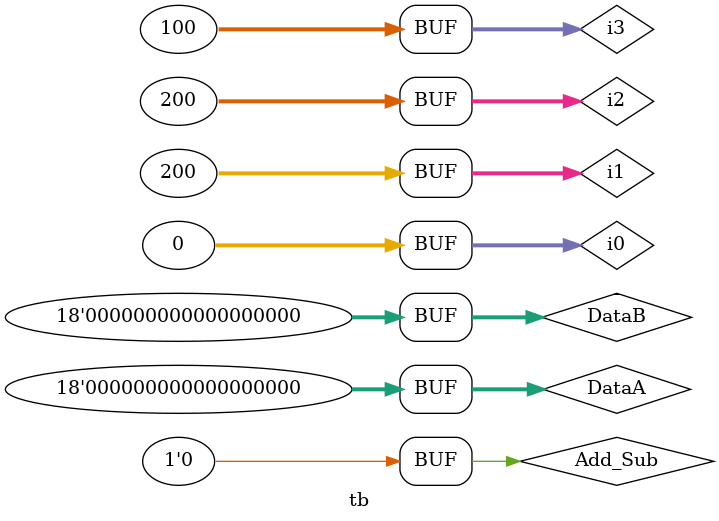
<source format=v>
`timescale 1 ns / 1 ps
module tb;
    reg [17:0] DataA = 18'b0;
    reg [17:0] DataB = 18'b0;
    reg Add_Sub = 0;
    wire [17:0] Result;

    integer i0 = 0, i1 = 0, i2 = 0, i3 = 0;

    GSR GSR_INST (.GSR(1'b1));
    PUR PUR_INST (.PUR(1'b1));

    add_sub_16bit u1 (.DataA(DataA), .DataB(DataB), .Add_Sub(Add_Sub), .Result(Result)
    );

    initial
    begin
       DataA <= 0;
      for (i1 = 0; i1 < 200; i1 = i1 + 1) begin
        #10;
         DataA <= DataA + 1'b1;
      end
    end
    initial
    begin
       DataB <= 0;
      for (i2 = 0; i2 < 200; i2 = i2 + 1) begin
        #10;
         DataB <= DataB + 1'b1;
      end
    end
    initial
    begin
       Add_Sub <= 1'b1;
      for (i3 = 0; i3 < 100; i3 = i3 + 1) begin
        #10;
      end
       Add_Sub <= 1'b0;
    end
endmodule
</source>
